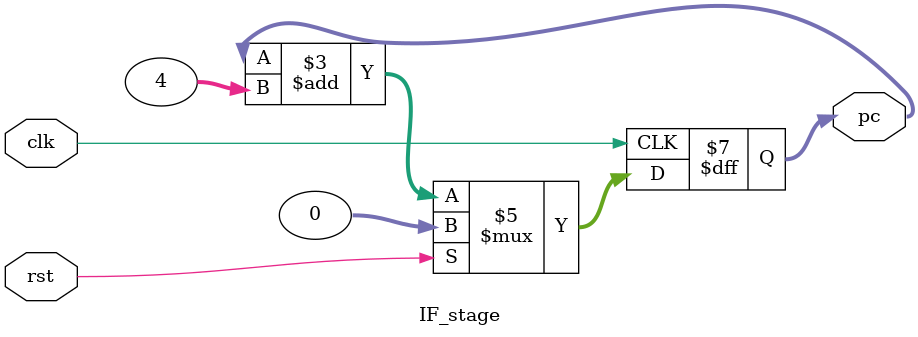
<source format=v>
`timescale 1ns/10ps

module IF_stage(clk, rst, pc);

input clk, rst;
output [0:31] pc;
wire clk, rst;
reg [0:31] pc;

always @(posedge clk)
begin
	if(rst == 1)
	begin
		pc <= 0;
	end
	else
	begin
		pc <= pc + 4;
	end
end

endmodule
</source>
